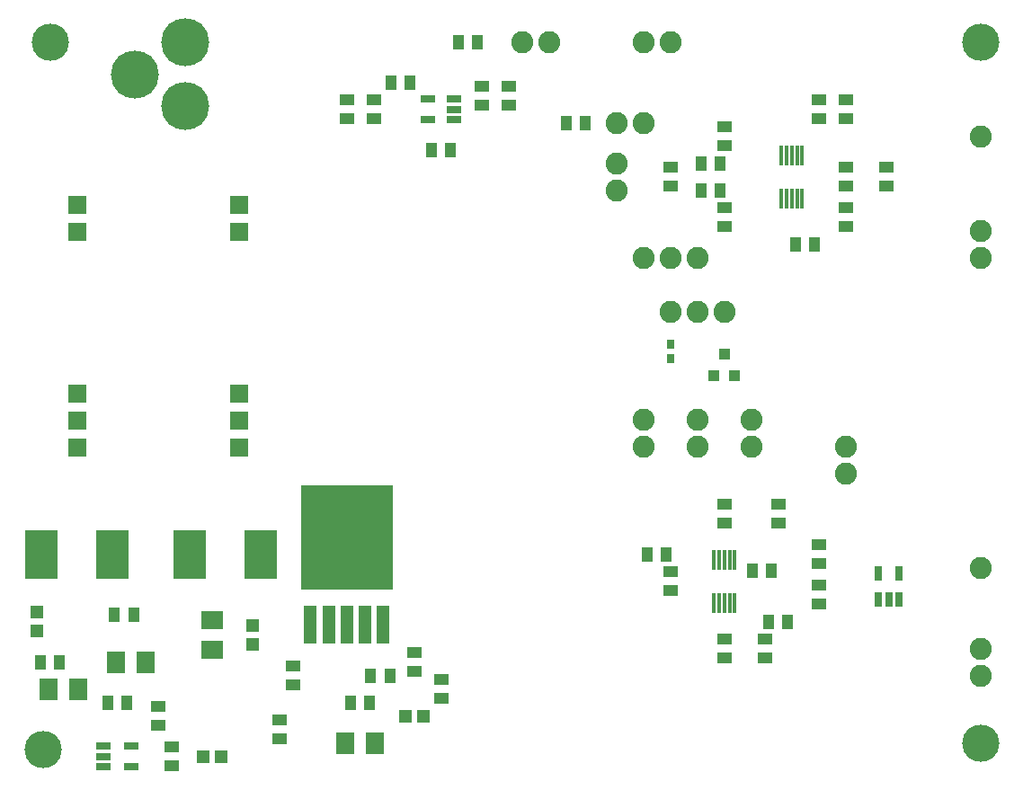
<source format=gts>
G75*
%MOIN*%
%OFA0B0*%
%FSLAX24Y24*%
%IPPOS*%
%LPD*%
%AMOC8*
5,1,8,0,0,1.08239X$1,22.5*
%
%ADD10R,0.0580X0.0300*%
%ADD11R,0.0552X0.0395*%
%ADD12R,0.0395X0.0552*%
%ADD13R,0.0178X0.0780*%
%ADD14R,0.0300X0.0580*%
%ADD15R,0.0674X0.0674*%
%ADD16C,0.1780*%
%ADD17R,0.0552X0.0316*%
%ADD18R,0.3426X0.3860*%
%ADD19R,0.0474X0.1419*%
%ADD20R,0.0513X0.0474*%
%ADD21R,0.0789X0.0710*%
%ADD22R,0.0710X0.0789*%
%ADD23R,0.1241X0.1812*%
%ADD24R,0.0474X0.0513*%
%ADD25C,0.0820*%
%ADD26R,0.0277X0.0356*%
%ADD27R,0.0395X0.0434*%
%ADD28C,0.1380*%
D10*
X016120Y025220D03*
X016120Y025980D03*
X017080Y025980D03*
X017080Y025600D03*
X017080Y025220D03*
D11*
X018100Y025746D03*
X018100Y026454D03*
X019100Y026454D03*
X019100Y025746D03*
X014100Y025954D03*
X014100Y025246D03*
X013100Y025246D03*
X013100Y025954D03*
X025100Y023454D03*
X025100Y022746D03*
X027100Y021954D03*
X027100Y021246D03*
X027100Y024246D03*
X027100Y024954D03*
X030600Y025246D03*
X031600Y025246D03*
X031600Y025954D03*
X030600Y025954D03*
X031600Y023454D03*
X031600Y022746D03*
X031600Y021954D03*
X031600Y021246D03*
X033100Y022746D03*
X033100Y023454D03*
X029100Y010954D03*
X029100Y010246D03*
X030600Y009454D03*
X030600Y008746D03*
X030600Y007954D03*
X030600Y007246D03*
X028600Y005954D03*
X028600Y005246D03*
X027100Y005246D03*
X027100Y005954D03*
X025100Y007746D03*
X025100Y008454D03*
X027100Y010246D03*
X027100Y010954D03*
X016600Y004454D03*
X015600Y004746D03*
X015600Y005454D03*
X016600Y003746D03*
X011100Y004246D03*
X011100Y004954D03*
X010600Y002954D03*
X010600Y002246D03*
X006600Y001954D03*
X006100Y002746D03*
X006100Y003454D03*
X006600Y001246D03*
D12*
X004954Y003600D03*
X004246Y003600D03*
X002454Y005100D03*
X001746Y005100D03*
X004496Y006850D03*
X005204Y006850D03*
X013246Y003600D03*
X013954Y003600D03*
X013996Y004600D03*
X014704Y004600D03*
X024246Y009100D03*
X024954Y009100D03*
X028146Y008500D03*
X028854Y008500D03*
X028746Y006600D03*
X029454Y006600D03*
X029746Y020600D03*
X030454Y020600D03*
X026954Y022600D03*
X026246Y022600D03*
X026246Y023600D03*
X026954Y023600D03*
X021954Y025100D03*
X021246Y025100D03*
X017954Y028100D03*
X017246Y028100D03*
X015454Y026600D03*
X014746Y026600D03*
X016246Y024100D03*
X016954Y024100D03*
D13*
X029210Y023900D03*
X029400Y023900D03*
X029600Y023900D03*
X029800Y023900D03*
X029990Y023900D03*
X029990Y022300D03*
X029800Y022300D03*
X029600Y022300D03*
X029400Y022300D03*
X029210Y022300D03*
X027490Y008900D03*
X027300Y008900D03*
X027100Y008900D03*
X026900Y008900D03*
X026710Y008900D03*
X026710Y007300D03*
X026900Y007300D03*
X027100Y007300D03*
X027300Y007300D03*
X027490Y007300D03*
D14*
X032820Y007420D03*
X033200Y007420D03*
X033580Y007420D03*
X033580Y008380D03*
X032820Y008380D03*
D15*
X009100Y013050D03*
X009100Y014050D03*
X009100Y015050D03*
X003100Y015050D03*
X003100Y014050D03*
X003100Y013050D03*
X003100Y021050D03*
X003100Y022050D03*
X009100Y022050D03*
X009100Y021050D03*
D16*
X007100Y025706D03*
X005250Y026887D03*
X007100Y028069D03*
D17*
X005114Y001974D03*
X005114Y001226D03*
X004086Y001226D03*
X004086Y001600D03*
X004086Y001974D03*
D18*
X013100Y009728D03*
D19*
X013100Y006500D03*
X012431Y006500D03*
X011761Y006500D03*
X013769Y006500D03*
X014439Y006500D03*
D20*
X015265Y003100D03*
X015935Y003100D03*
X008435Y001600D03*
X007765Y001600D03*
D21*
X008100Y005549D03*
X008100Y006651D03*
D22*
X005651Y005100D03*
X004549Y005100D03*
X003151Y004100D03*
X002049Y004100D03*
X013049Y002100D03*
X014151Y002100D03*
D23*
X009929Y009100D03*
X007271Y009100D03*
X004429Y009100D03*
X001771Y009100D03*
D24*
X001600Y006935D03*
X001600Y006265D03*
X009600Y006435D03*
X009600Y005765D03*
D25*
X024100Y013100D03*
X024100Y014100D03*
X026100Y014100D03*
X026100Y013100D03*
X028100Y013100D03*
X028100Y014100D03*
X031600Y013100D03*
X031600Y012100D03*
X036600Y008600D03*
X036600Y005600D03*
X036600Y004600D03*
X027100Y018100D03*
X026100Y018100D03*
X025100Y018100D03*
X025100Y020100D03*
X024100Y020100D03*
X026100Y020100D03*
X023100Y022600D03*
X023100Y023600D03*
X023100Y025100D03*
X024100Y025100D03*
X024100Y028100D03*
X025100Y028100D03*
X020600Y028100D03*
X019600Y028100D03*
X036600Y024600D03*
X036600Y021100D03*
X036600Y020100D03*
D26*
X025100Y016876D03*
X025100Y016364D03*
D27*
X026726Y015706D03*
X027474Y015706D03*
X027100Y016533D03*
D28*
X001850Y001850D03*
X002100Y028100D03*
X036600Y028100D03*
X036600Y002100D03*
M02*

</source>
